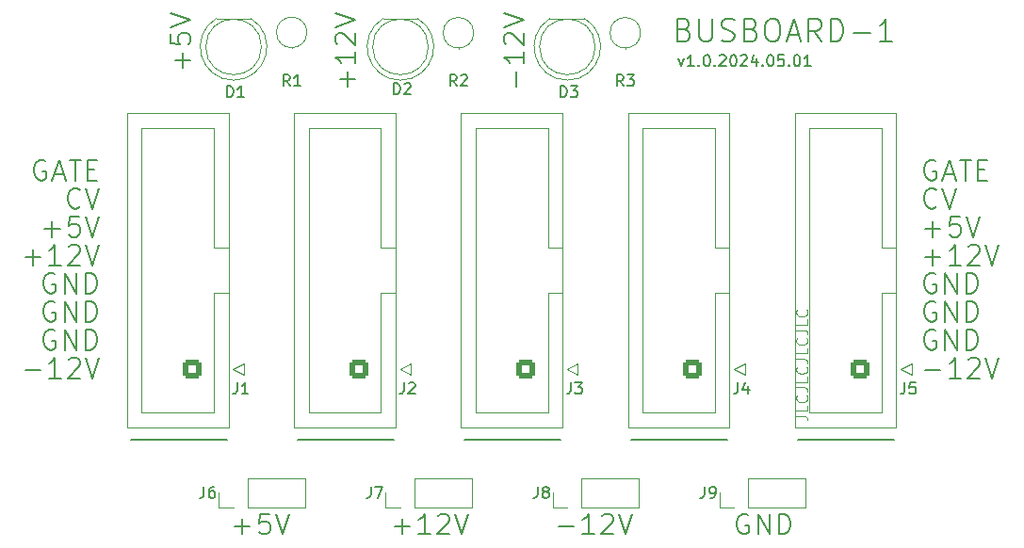
<source format=gto>
%TF.GenerationSoftware,KiCad,Pcbnew,8.0.2*%
%TF.CreationDate,2024-05-02T10:02:13-07:00*%
%TF.ProjectId,busboard-1,62757362-6f61-4726-942d-312e6b696361,rev?*%
%TF.SameCoordinates,Original*%
%TF.FileFunction,Legend,Top*%
%TF.FilePolarity,Positive*%
%FSLAX46Y46*%
G04 Gerber Fmt 4.6, Leading zero omitted, Abs format (unit mm)*
G04 Created by KiCad (PCBNEW 8.0.2) date 2024-05-02 10:02:13*
%MOMM*%
%LPD*%
G01*
G04 APERTURE LIST*
G04 Aperture macros list*
%AMRoundRect*
0 Rectangle with rounded corners*
0 $1 Rounding radius*
0 $2 $3 $4 $5 $6 $7 $8 $9 X,Y pos of 4 corners*
0 Add a 4 corners polygon primitive as box body*
4,1,4,$2,$3,$4,$5,$6,$7,$8,$9,$2,$3,0*
0 Add four circle primitives for the rounded corners*
1,1,$1+$1,$2,$3*
1,1,$1+$1,$4,$5*
1,1,$1+$1,$6,$7*
1,1,$1+$1,$8,$9*
0 Add four rect primitives between the rounded corners*
20,1,$1+$1,$2,$3,$4,$5,0*
20,1,$1+$1,$4,$5,$6,$7,0*
20,1,$1+$1,$6,$7,$8,$9,0*
20,1,$1+$1,$8,$9,$2,$3,0*%
G04 Aperture macros list end*
%ADD10C,0.200000*%
%ADD11C,0.150000*%
%ADD12C,0.100000*%
%ADD13C,0.120000*%
%ADD14C,1.600000*%
%ADD15O,1.600000X1.600000*%
%ADD16R,1.700000X1.700000*%
%ADD17O,1.700000X1.700000*%
%ADD18C,7.000000*%
%ADD19R,1.800000X1.800000*%
%ADD20C,1.800000*%
%ADD21RoundRect,0.250000X0.600000X0.600000X-0.600000X0.600000X-0.600000X-0.600000X0.600000X-0.600000X0*%
%ADD22C,1.700000*%
G04 APERTURE END LIST*
D10*
X155702000Y-140208000D02*
X164338000Y-140208000D01*
X125730000Y-140208000D02*
X134366000Y-140208000D01*
X170688000Y-140208000D02*
X179324000Y-140208000D01*
X110744000Y-140208000D02*
X119380000Y-140208000D01*
X140716000Y-140208000D02*
X149352000Y-140208000D01*
X182170149Y-133994600D02*
X183541578Y-133994600D01*
X185341577Y-134680314D02*
X184313006Y-134680314D01*
X184827291Y-134680314D02*
X184827291Y-132880314D01*
X184827291Y-132880314D02*
X184655863Y-133137457D01*
X184655863Y-133137457D02*
X184484434Y-133308885D01*
X184484434Y-133308885D02*
X184313006Y-133394600D01*
X186027292Y-133051742D02*
X186113006Y-132966028D01*
X186113006Y-132966028D02*
X186284435Y-132880314D01*
X186284435Y-132880314D02*
X186713006Y-132880314D01*
X186713006Y-132880314D02*
X186884435Y-132966028D01*
X186884435Y-132966028D02*
X186970149Y-133051742D01*
X186970149Y-133051742D02*
X187055863Y-133223171D01*
X187055863Y-133223171D02*
X187055863Y-133394600D01*
X187055863Y-133394600D02*
X186970149Y-133651742D01*
X186970149Y-133651742D02*
X185941577Y-134680314D01*
X185941577Y-134680314D02*
X187055863Y-134680314D01*
X187570149Y-132880314D02*
X188170149Y-134680314D01*
X188170149Y-134680314D02*
X188770149Y-132880314D01*
X183113006Y-115186028D02*
X182941578Y-115100314D01*
X182941578Y-115100314D02*
X182684435Y-115100314D01*
X182684435Y-115100314D02*
X182427292Y-115186028D01*
X182427292Y-115186028D02*
X182255863Y-115357457D01*
X182255863Y-115357457D02*
X182170149Y-115528885D01*
X182170149Y-115528885D02*
X182084435Y-115871742D01*
X182084435Y-115871742D02*
X182084435Y-116128885D01*
X182084435Y-116128885D02*
X182170149Y-116471742D01*
X182170149Y-116471742D02*
X182255863Y-116643171D01*
X182255863Y-116643171D02*
X182427292Y-116814600D01*
X182427292Y-116814600D02*
X182684435Y-116900314D01*
X182684435Y-116900314D02*
X182855863Y-116900314D01*
X182855863Y-116900314D02*
X183113006Y-116814600D01*
X183113006Y-116814600D02*
X183198720Y-116728885D01*
X183198720Y-116728885D02*
X183198720Y-116128885D01*
X183198720Y-116128885D02*
X182855863Y-116128885D01*
X183884435Y-116386028D02*
X184741578Y-116386028D01*
X183713006Y-116900314D02*
X184313006Y-115100314D01*
X184313006Y-115100314D02*
X184913006Y-116900314D01*
X185255863Y-115100314D02*
X186284435Y-115100314D01*
X185770149Y-116900314D02*
X185770149Y-115100314D01*
X186884435Y-115957457D02*
X187484435Y-115957457D01*
X187741578Y-116900314D02*
X186884435Y-116900314D01*
X186884435Y-116900314D02*
X186884435Y-115100314D01*
X186884435Y-115100314D02*
X187741578Y-115100314D01*
X149228571Y-148001600D02*
X150600000Y-148001600D01*
X152399999Y-148687314D02*
X151371428Y-148687314D01*
X151885713Y-148687314D02*
X151885713Y-146887314D01*
X151885713Y-146887314D02*
X151714285Y-147144457D01*
X151714285Y-147144457D02*
X151542856Y-147315885D01*
X151542856Y-147315885D02*
X151371428Y-147401600D01*
X153085714Y-147058742D02*
X153171428Y-146973028D01*
X153171428Y-146973028D02*
X153342857Y-146887314D01*
X153342857Y-146887314D02*
X153771428Y-146887314D01*
X153771428Y-146887314D02*
X153942857Y-146973028D01*
X153942857Y-146973028D02*
X154028571Y-147058742D01*
X154028571Y-147058742D02*
X154114285Y-147230171D01*
X154114285Y-147230171D02*
X154114285Y-147401600D01*
X154114285Y-147401600D02*
X154028571Y-147658742D01*
X154028571Y-147658742D02*
X152999999Y-148687314D01*
X152999999Y-148687314D02*
X154114285Y-148687314D01*
X154628571Y-146887314D02*
X155228571Y-148687314D01*
X155228571Y-148687314D02*
X155828571Y-146887314D01*
D11*
X160007541Y-105960152D02*
X160245636Y-106626819D01*
X160245636Y-106626819D02*
X160483731Y-105960152D01*
X161388493Y-106626819D02*
X160817065Y-106626819D01*
X161102779Y-106626819D02*
X161102779Y-105626819D01*
X161102779Y-105626819D02*
X161007541Y-105769676D01*
X161007541Y-105769676D02*
X160912303Y-105864914D01*
X160912303Y-105864914D02*
X160817065Y-105912533D01*
X161817065Y-106531580D02*
X161864684Y-106579200D01*
X161864684Y-106579200D02*
X161817065Y-106626819D01*
X161817065Y-106626819D02*
X161769446Y-106579200D01*
X161769446Y-106579200D02*
X161817065Y-106531580D01*
X161817065Y-106531580D02*
X161817065Y-106626819D01*
X162483731Y-105626819D02*
X162578969Y-105626819D01*
X162578969Y-105626819D02*
X162674207Y-105674438D01*
X162674207Y-105674438D02*
X162721826Y-105722057D01*
X162721826Y-105722057D02*
X162769445Y-105817295D01*
X162769445Y-105817295D02*
X162817064Y-106007771D01*
X162817064Y-106007771D02*
X162817064Y-106245866D01*
X162817064Y-106245866D02*
X162769445Y-106436342D01*
X162769445Y-106436342D02*
X162721826Y-106531580D01*
X162721826Y-106531580D02*
X162674207Y-106579200D01*
X162674207Y-106579200D02*
X162578969Y-106626819D01*
X162578969Y-106626819D02*
X162483731Y-106626819D01*
X162483731Y-106626819D02*
X162388493Y-106579200D01*
X162388493Y-106579200D02*
X162340874Y-106531580D01*
X162340874Y-106531580D02*
X162293255Y-106436342D01*
X162293255Y-106436342D02*
X162245636Y-106245866D01*
X162245636Y-106245866D02*
X162245636Y-106007771D01*
X162245636Y-106007771D02*
X162293255Y-105817295D01*
X162293255Y-105817295D02*
X162340874Y-105722057D01*
X162340874Y-105722057D02*
X162388493Y-105674438D01*
X162388493Y-105674438D02*
X162483731Y-105626819D01*
X163245636Y-106531580D02*
X163293255Y-106579200D01*
X163293255Y-106579200D02*
X163245636Y-106626819D01*
X163245636Y-106626819D02*
X163198017Y-106579200D01*
X163198017Y-106579200D02*
X163245636Y-106531580D01*
X163245636Y-106531580D02*
X163245636Y-106626819D01*
X163674207Y-105722057D02*
X163721826Y-105674438D01*
X163721826Y-105674438D02*
X163817064Y-105626819D01*
X163817064Y-105626819D02*
X164055159Y-105626819D01*
X164055159Y-105626819D02*
X164150397Y-105674438D01*
X164150397Y-105674438D02*
X164198016Y-105722057D01*
X164198016Y-105722057D02*
X164245635Y-105817295D01*
X164245635Y-105817295D02*
X164245635Y-105912533D01*
X164245635Y-105912533D02*
X164198016Y-106055390D01*
X164198016Y-106055390D02*
X163626588Y-106626819D01*
X163626588Y-106626819D02*
X164245635Y-106626819D01*
X164864683Y-105626819D02*
X164959921Y-105626819D01*
X164959921Y-105626819D02*
X165055159Y-105674438D01*
X165055159Y-105674438D02*
X165102778Y-105722057D01*
X165102778Y-105722057D02*
X165150397Y-105817295D01*
X165150397Y-105817295D02*
X165198016Y-106007771D01*
X165198016Y-106007771D02*
X165198016Y-106245866D01*
X165198016Y-106245866D02*
X165150397Y-106436342D01*
X165150397Y-106436342D02*
X165102778Y-106531580D01*
X165102778Y-106531580D02*
X165055159Y-106579200D01*
X165055159Y-106579200D02*
X164959921Y-106626819D01*
X164959921Y-106626819D02*
X164864683Y-106626819D01*
X164864683Y-106626819D02*
X164769445Y-106579200D01*
X164769445Y-106579200D02*
X164721826Y-106531580D01*
X164721826Y-106531580D02*
X164674207Y-106436342D01*
X164674207Y-106436342D02*
X164626588Y-106245866D01*
X164626588Y-106245866D02*
X164626588Y-106007771D01*
X164626588Y-106007771D02*
X164674207Y-105817295D01*
X164674207Y-105817295D02*
X164721826Y-105722057D01*
X164721826Y-105722057D02*
X164769445Y-105674438D01*
X164769445Y-105674438D02*
X164864683Y-105626819D01*
X165578969Y-105722057D02*
X165626588Y-105674438D01*
X165626588Y-105674438D02*
X165721826Y-105626819D01*
X165721826Y-105626819D02*
X165959921Y-105626819D01*
X165959921Y-105626819D02*
X166055159Y-105674438D01*
X166055159Y-105674438D02*
X166102778Y-105722057D01*
X166102778Y-105722057D02*
X166150397Y-105817295D01*
X166150397Y-105817295D02*
X166150397Y-105912533D01*
X166150397Y-105912533D02*
X166102778Y-106055390D01*
X166102778Y-106055390D02*
X165531350Y-106626819D01*
X165531350Y-106626819D02*
X166150397Y-106626819D01*
X167007540Y-105960152D02*
X167007540Y-106626819D01*
X166769445Y-105579200D02*
X166531350Y-106293485D01*
X166531350Y-106293485D02*
X167150397Y-106293485D01*
X167531350Y-106531580D02*
X167578969Y-106579200D01*
X167578969Y-106579200D02*
X167531350Y-106626819D01*
X167531350Y-106626819D02*
X167483731Y-106579200D01*
X167483731Y-106579200D02*
X167531350Y-106531580D01*
X167531350Y-106531580D02*
X167531350Y-106626819D01*
X168198016Y-105626819D02*
X168293254Y-105626819D01*
X168293254Y-105626819D02*
X168388492Y-105674438D01*
X168388492Y-105674438D02*
X168436111Y-105722057D01*
X168436111Y-105722057D02*
X168483730Y-105817295D01*
X168483730Y-105817295D02*
X168531349Y-106007771D01*
X168531349Y-106007771D02*
X168531349Y-106245866D01*
X168531349Y-106245866D02*
X168483730Y-106436342D01*
X168483730Y-106436342D02*
X168436111Y-106531580D01*
X168436111Y-106531580D02*
X168388492Y-106579200D01*
X168388492Y-106579200D02*
X168293254Y-106626819D01*
X168293254Y-106626819D02*
X168198016Y-106626819D01*
X168198016Y-106626819D02*
X168102778Y-106579200D01*
X168102778Y-106579200D02*
X168055159Y-106531580D01*
X168055159Y-106531580D02*
X168007540Y-106436342D01*
X168007540Y-106436342D02*
X167959921Y-106245866D01*
X167959921Y-106245866D02*
X167959921Y-106007771D01*
X167959921Y-106007771D02*
X168007540Y-105817295D01*
X168007540Y-105817295D02*
X168055159Y-105722057D01*
X168055159Y-105722057D02*
X168102778Y-105674438D01*
X168102778Y-105674438D02*
X168198016Y-105626819D01*
X169436111Y-105626819D02*
X168959921Y-105626819D01*
X168959921Y-105626819D02*
X168912302Y-106103009D01*
X168912302Y-106103009D02*
X168959921Y-106055390D01*
X168959921Y-106055390D02*
X169055159Y-106007771D01*
X169055159Y-106007771D02*
X169293254Y-106007771D01*
X169293254Y-106007771D02*
X169388492Y-106055390D01*
X169388492Y-106055390D02*
X169436111Y-106103009D01*
X169436111Y-106103009D02*
X169483730Y-106198247D01*
X169483730Y-106198247D02*
X169483730Y-106436342D01*
X169483730Y-106436342D02*
X169436111Y-106531580D01*
X169436111Y-106531580D02*
X169388492Y-106579200D01*
X169388492Y-106579200D02*
X169293254Y-106626819D01*
X169293254Y-106626819D02*
X169055159Y-106626819D01*
X169055159Y-106626819D02*
X168959921Y-106579200D01*
X168959921Y-106579200D02*
X168912302Y-106531580D01*
X169912302Y-106531580D02*
X169959921Y-106579200D01*
X169959921Y-106579200D02*
X169912302Y-106626819D01*
X169912302Y-106626819D02*
X169864683Y-106579200D01*
X169864683Y-106579200D02*
X169912302Y-106531580D01*
X169912302Y-106531580D02*
X169912302Y-106626819D01*
X170578968Y-105626819D02*
X170674206Y-105626819D01*
X170674206Y-105626819D02*
X170769444Y-105674438D01*
X170769444Y-105674438D02*
X170817063Y-105722057D01*
X170817063Y-105722057D02*
X170864682Y-105817295D01*
X170864682Y-105817295D02*
X170912301Y-106007771D01*
X170912301Y-106007771D02*
X170912301Y-106245866D01*
X170912301Y-106245866D02*
X170864682Y-106436342D01*
X170864682Y-106436342D02*
X170817063Y-106531580D01*
X170817063Y-106531580D02*
X170769444Y-106579200D01*
X170769444Y-106579200D02*
X170674206Y-106626819D01*
X170674206Y-106626819D02*
X170578968Y-106626819D01*
X170578968Y-106626819D02*
X170483730Y-106579200D01*
X170483730Y-106579200D02*
X170436111Y-106531580D01*
X170436111Y-106531580D02*
X170388492Y-106436342D01*
X170388492Y-106436342D02*
X170340873Y-106245866D01*
X170340873Y-106245866D02*
X170340873Y-106007771D01*
X170340873Y-106007771D02*
X170388492Y-105817295D01*
X170388492Y-105817295D02*
X170436111Y-105722057D01*
X170436111Y-105722057D02*
X170483730Y-105674438D01*
X170483730Y-105674438D02*
X170578968Y-105626819D01*
X171864682Y-106626819D02*
X171293254Y-106626819D01*
X171578968Y-106626819D02*
X171578968Y-105626819D01*
X171578968Y-105626819D02*
X171483730Y-105769676D01*
X171483730Y-105769676D02*
X171388492Y-105864914D01*
X171388492Y-105864914D02*
X171293254Y-105912533D01*
D10*
X183113006Y-127886028D02*
X182941578Y-127800314D01*
X182941578Y-127800314D02*
X182684435Y-127800314D01*
X182684435Y-127800314D02*
X182427292Y-127886028D01*
X182427292Y-127886028D02*
X182255863Y-128057457D01*
X182255863Y-128057457D02*
X182170149Y-128228885D01*
X182170149Y-128228885D02*
X182084435Y-128571742D01*
X182084435Y-128571742D02*
X182084435Y-128828885D01*
X182084435Y-128828885D02*
X182170149Y-129171742D01*
X182170149Y-129171742D02*
X182255863Y-129343171D01*
X182255863Y-129343171D02*
X182427292Y-129514600D01*
X182427292Y-129514600D02*
X182684435Y-129600314D01*
X182684435Y-129600314D02*
X182855863Y-129600314D01*
X182855863Y-129600314D02*
X183113006Y-129514600D01*
X183113006Y-129514600D02*
X183198720Y-129428885D01*
X183198720Y-129428885D02*
X183198720Y-128828885D01*
X183198720Y-128828885D02*
X182855863Y-128828885D01*
X183970149Y-129600314D02*
X183970149Y-127800314D01*
X183970149Y-127800314D02*
X184998720Y-129600314D01*
X184998720Y-129600314D02*
X184998720Y-127800314D01*
X185855863Y-129600314D02*
X185855863Y-127800314D01*
X185855863Y-127800314D02*
X186284434Y-127800314D01*
X186284434Y-127800314D02*
X186541577Y-127886028D01*
X186541577Y-127886028D02*
X186713006Y-128057457D01*
X186713006Y-128057457D02*
X186798720Y-128228885D01*
X186798720Y-128228885D02*
X186884434Y-128571742D01*
X186884434Y-128571742D02*
X186884434Y-128828885D01*
X186884434Y-128828885D02*
X186798720Y-129171742D01*
X186798720Y-129171742D02*
X186713006Y-129343171D01*
X186713006Y-129343171D02*
X186541577Y-129514600D01*
X186541577Y-129514600D02*
X186284434Y-129600314D01*
X186284434Y-129600314D02*
X185855863Y-129600314D01*
X182170149Y-121294600D02*
X183541578Y-121294600D01*
X182855863Y-121980314D02*
X182855863Y-120608885D01*
X185255863Y-120180314D02*
X184398720Y-120180314D01*
X184398720Y-120180314D02*
X184313006Y-121037457D01*
X184313006Y-121037457D02*
X184398720Y-120951742D01*
X184398720Y-120951742D02*
X184570149Y-120866028D01*
X184570149Y-120866028D02*
X184998720Y-120866028D01*
X184998720Y-120866028D02*
X185170149Y-120951742D01*
X185170149Y-120951742D02*
X185255863Y-121037457D01*
X185255863Y-121037457D02*
X185341577Y-121208885D01*
X185341577Y-121208885D02*
X185341577Y-121637457D01*
X185341577Y-121637457D02*
X185255863Y-121808885D01*
X185255863Y-121808885D02*
X185170149Y-121894600D01*
X185170149Y-121894600D02*
X184998720Y-121980314D01*
X184998720Y-121980314D02*
X184570149Y-121980314D01*
X184570149Y-121980314D02*
X184398720Y-121894600D01*
X184398720Y-121894600D02*
X184313006Y-121808885D01*
X185855863Y-120180314D02*
X186455863Y-121980314D01*
X186455863Y-121980314D02*
X187055863Y-120180314D01*
X103958136Y-127886028D02*
X103786708Y-127800314D01*
X103786708Y-127800314D02*
X103529565Y-127800314D01*
X103529565Y-127800314D02*
X103272422Y-127886028D01*
X103272422Y-127886028D02*
X103100993Y-128057457D01*
X103100993Y-128057457D02*
X103015279Y-128228885D01*
X103015279Y-128228885D02*
X102929565Y-128571742D01*
X102929565Y-128571742D02*
X102929565Y-128828885D01*
X102929565Y-128828885D02*
X103015279Y-129171742D01*
X103015279Y-129171742D02*
X103100993Y-129343171D01*
X103100993Y-129343171D02*
X103272422Y-129514600D01*
X103272422Y-129514600D02*
X103529565Y-129600314D01*
X103529565Y-129600314D02*
X103700993Y-129600314D01*
X103700993Y-129600314D02*
X103958136Y-129514600D01*
X103958136Y-129514600D02*
X104043850Y-129428885D01*
X104043850Y-129428885D02*
X104043850Y-128828885D01*
X104043850Y-128828885D02*
X103700993Y-128828885D01*
X104815279Y-129600314D02*
X104815279Y-127800314D01*
X104815279Y-127800314D02*
X105843850Y-129600314D01*
X105843850Y-129600314D02*
X105843850Y-127800314D01*
X106700993Y-129600314D02*
X106700993Y-127800314D01*
X106700993Y-127800314D02*
X107129564Y-127800314D01*
X107129564Y-127800314D02*
X107386707Y-127886028D01*
X107386707Y-127886028D02*
X107558136Y-128057457D01*
X107558136Y-128057457D02*
X107643850Y-128228885D01*
X107643850Y-128228885D02*
X107729564Y-128571742D01*
X107729564Y-128571742D02*
X107729564Y-128828885D01*
X107729564Y-128828885D02*
X107643850Y-129171742D01*
X107643850Y-129171742D02*
X107558136Y-129343171D01*
X107558136Y-129343171D02*
X107386707Y-129514600D01*
X107386707Y-129514600D02*
X107129564Y-129600314D01*
X107129564Y-129600314D02*
X106700993Y-129600314D01*
X120113714Y-148001600D02*
X121485143Y-148001600D01*
X120799428Y-148687314D02*
X120799428Y-147315885D01*
X123199428Y-146887314D02*
X122342285Y-146887314D01*
X122342285Y-146887314D02*
X122256571Y-147744457D01*
X122256571Y-147744457D02*
X122342285Y-147658742D01*
X122342285Y-147658742D02*
X122513714Y-147573028D01*
X122513714Y-147573028D02*
X122942285Y-147573028D01*
X122942285Y-147573028D02*
X123113714Y-147658742D01*
X123113714Y-147658742D02*
X123199428Y-147744457D01*
X123199428Y-147744457D02*
X123285142Y-147915885D01*
X123285142Y-147915885D02*
X123285142Y-148344457D01*
X123285142Y-148344457D02*
X123199428Y-148515885D01*
X123199428Y-148515885D02*
X123113714Y-148601600D01*
X123113714Y-148601600D02*
X122942285Y-148687314D01*
X122942285Y-148687314D02*
X122513714Y-148687314D01*
X122513714Y-148687314D02*
X122342285Y-148601600D01*
X122342285Y-148601600D02*
X122256571Y-148515885D01*
X123799428Y-146887314D02*
X124399428Y-148687314D01*
X124399428Y-148687314D02*
X124999428Y-146887314D01*
X103100993Y-115186028D02*
X102929565Y-115100314D01*
X102929565Y-115100314D02*
X102672422Y-115100314D01*
X102672422Y-115100314D02*
X102415279Y-115186028D01*
X102415279Y-115186028D02*
X102243850Y-115357457D01*
X102243850Y-115357457D02*
X102158136Y-115528885D01*
X102158136Y-115528885D02*
X102072422Y-115871742D01*
X102072422Y-115871742D02*
X102072422Y-116128885D01*
X102072422Y-116128885D02*
X102158136Y-116471742D01*
X102158136Y-116471742D02*
X102243850Y-116643171D01*
X102243850Y-116643171D02*
X102415279Y-116814600D01*
X102415279Y-116814600D02*
X102672422Y-116900314D01*
X102672422Y-116900314D02*
X102843850Y-116900314D01*
X102843850Y-116900314D02*
X103100993Y-116814600D01*
X103100993Y-116814600D02*
X103186707Y-116728885D01*
X103186707Y-116728885D02*
X103186707Y-116128885D01*
X103186707Y-116128885D02*
X102843850Y-116128885D01*
X103872422Y-116386028D02*
X104729565Y-116386028D01*
X103700993Y-116900314D02*
X104300993Y-115100314D01*
X104300993Y-115100314D02*
X104900993Y-116900314D01*
X105243850Y-115100314D02*
X106272422Y-115100314D01*
X105758136Y-116900314D02*
X105758136Y-115100314D01*
X106872422Y-115957457D02*
X107472422Y-115957457D01*
X107729565Y-116900314D02*
X106872422Y-116900314D01*
X106872422Y-116900314D02*
X106872422Y-115100314D01*
X106872422Y-115100314D02*
X107729565Y-115100314D01*
X101300993Y-123834600D02*
X102672422Y-123834600D01*
X101986707Y-124520314D02*
X101986707Y-123148885D01*
X104472421Y-124520314D02*
X103443850Y-124520314D01*
X103958135Y-124520314D02*
X103958135Y-122720314D01*
X103958135Y-122720314D02*
X103786707Y-122977457D01*
X103786707Y-122977457D02*
X103615278Y-123148885D01*
X103615278Y-123148885D02*
X103443850Y-123234600D01*
X105158136Y-122891742D02*
X105243850Y-122806028D01*
X105243850Y-122806028D02*
X105415279Y-122720314D01*
X105415279Y-122720314D02*
X105843850Y-122720314D01*
X105843850Y-122720314D02*
X106015279Y-122806028D01*
X106015279Y-122806028D02*
X106100993Y-122891742D01*
X106100993Y-122891742D02*
X106186707Y-123063171D01*
X106186707Y-123063171D02*
X106186707Y-123234600D01*
X106186707Y-123234600D02*
X106100993Y-123491742D01*
X106100993Y-123491742D02*
X105072421Y-124520314D01*
X105072421Y-124520314D02*
X106186707Y-124520314D01*
X106700993Y-122720314D02*
X107300993Y-124520314D01*
X107300993Y-124520314D02*
X107900993Y-122720314D01*
X160532435Y-103345219D02*
X160818149Y-103440457D01*
X160818149Y-103440457D02*
X160913387Y-103535695D01*
X160913387Y-103535695D02*
X161008625Y-103726171D01*
X161008625Y-103726171D02*
X161008625Y-104011885D01*
X161008625Y-104011885D02*
X160913387Y-104202361D01*
X160913387Y-104202361D02*
X160818149Y-104297600D01*
X160818149Y-104297600D02*
X160627673Y-104392838D01*
X160627673Y-104392838D02*
X159865768Y-104392838D01*
X159865768Y-104392838D02*
X159865768Y-102392838D01*
X159865768Y-102392838D02*
X160532435Y-102392838D01*
X160532435Y-102392838D02*
X160722911Y-102488076D01*
X160722911Y-102488076D02*
X160818149Y-102583314D01*
X160818149Y-102583314D02*
X160913387Y-102773790D01*
X160913387Y-102773790D02*
X160913387Y-102964266D01*
X160913387Y-102964266D02*
X160818149Y-103154742D01*
X160818149Y-103154742D02*
X160722911Y-103249980D01*
X160722911Y-103249980D02*
X160532435Y-103345219D01*
X160532435Y-103345219D02*
X159865768Y-103345219D01*
X161865768Y-102392838D02*
X161865768Y-104011885D01*
X161865768Y-104011885D02*
X161961006Y-104202361D01*
X161961006Y-104202361D02*
X162056244Y-104297600D01*
X162056244Y-104297600D02*
X162246720Y-104392838D01*
X162246720Y-104392838D02*
X162627673Y-104392838D01*
X162627673Y-104392838D02*
X162818149Y-104297600D01*
X162818149Y-104297600D02*
X162913387Y-104202361D01*
X162913387Y-104202361D02*
X163008625Y-104011885D01*
X163008625Y-104011885D02*
X163008625Y-102392838D01*
X163865768Y-104297600D02*
X164151482Y-104392838D01*
X164151482Y-104392838D02*
X164627673Y-104392838D01*
X164627673Y-104392838D02*
X164818149Y-104297600D01*
X164818149Y-104297600D02*
X164913387Y-104202361D01*
X164913387Y-104202361D02*
X165008625Y-104011885D01*
X165008625Y-104011885D02*
X165008625Y-103821409D01*
X165008625Y-103821409D02*
X164913387Y-103630933D01*
X164913387Y-103630933D02*
X164818149Y-103535695D01*
X164818149Y-103535695D02*
X164627673Y-103440457D01*
X164627673Y-103440457D02*
X164246720Y-103345219D01*
X164246720Y-103345219D02*
X164056244Y-103249980D01*
X164056244Y-103249980D02*
X163961006Y-103154742D01*
X163961006Y-103154742D02*
X163865768Y-102964266D01*
X163865768Y-102964266D02*
X163865768Y-102773790D01*
X163865768Y-102773790D02*
X163961006Y-102583314D01*
X163961006Y-102583314D02*
X164056244Y-102488076D01*
X164056244Y-102488076D02*
X164246720Y-102392838D01*
X164246720Y-102392838D02*
X164722911Y-102392838D01*
X164722911Y-102392838D02*
X165008625Y-102488076D01*
X166532435Y-103345219D02*
X166818149Y-103440457D01*
X166818149Y-103440457D02*
X166913387Y-103535695D01*
X166913387Y-103535695D02*
X167008625Y-103726171D01*
X167008625Y-103726171D02*
X167008625Y-104011885D01*
X167008625Y-104011885D02*
X166913387Y-104202361D01*
X166913387Y-104202361D02*
X166818149Y-104297600D01*
X166818149Y-104297600D02*
X166627673Y-104392838D01*
X166627673Y-104392838D02*
X165865768Y-104392838D01*
X165865768Y-104392838D02*
X165865768Y-102392838D01*
X165865768Y-102392838D02*
X166532435Y-102392838D01*
X166532435Y-102392838D02*
X166722911Y-102488076D01*
X166722911Y-102488076D02*
X166818149Y-102583314D01*
X166818149Y-102583314D02*
X166913387Y-102773790D01*
X166913387Y-102773790D02*
X166913387Y-102964266D01*
X166913387Y-102964266D02*
X166818149Y-103154742D01*
X166818149Y-103154742D02*
X166722911Y-103249980D01*
X166722911Y-103249980D02*
X166532435Y-103345219D01*
X166532435Y-103345219D02*
X165865768Y-103345219D01*
X168246720Y-102392838D02*
X168627673Y-102392838D01*
X168627673Y-102392838D02*
X168818149Y-102488076D01*
X168818149Y-102488076D02*
X169008625Y-102678552D01*
X169008625Y-102678552D02*
X169103863Y-103059504D01*
X169103863Y-103059504D02*
X169103863Y-103726171D01*
X169103863Y-103726171D02*
X169008625Y-104107123D01*
X169008625Y-104107123D02*
X168818149Y-104297600D01*
X168818149Y-104297600D02*
X168627673Y-104392838D01*
X168627673Y-104392838D02*
X168246720Y-104392838D01*
X168246720Y-104392838D02*
X168056244Y-104297600D01*
X168056244Y-104297600D02*
X167865768Y-104107123D01*
X167865768Y-104107123D02*
X167770530Y-103726171D01*
X167770530Y-103726171D02*
X167770530Y-103059504D01*
X167770530Y-103059504D02*
X167865768Y-102678552D01*
X167865768Y-102678552D02*
X168056244Y-102488076D01*
X168056244Y-102488076D02*
X168246720Y-102392838D01*
X169865768Y-103821409D02*
X170818149Y-103821409D01*
X169675292Y-104392838D02*
X170341958Y-102392838D01*
X170341958Y-102392838D02*
X171008625Y-104392838D01*
X172818149Y-104392838D02*
X172151482Y-103440457D01*
X171675292Y-104392838D02*
X171675292Y-102392838D01*
X171675292Y-102392838D02*
X172437197Y-102392838D01*
X172437197Y-102392838D02*
X172627673Y-102488076D01*
X172627673Y-102488076D02*
X172722911Y-102583314D01*
X172722911Y-102583314D02*
X172818149Y-102773790D01*
X172818149Y-102773790D02*
X172818149Y-103059504D01*
X172818149Y-103059504D02*
X172722911Y-103249980D01*
X172722911Y-103249980D02*
X172627673Y-103345219D01*
X172627673Y-103345219D02*
X172437197Y-103440457D01*
X172437197Y-103440457D02*
X171675292Y-103440457D01*
X173675292Y-104392838D02*
X173675292Y-102392838D01*
X173675292Y-102392838D02*
X174151482Y-102392838D01*
X174151482Y-102392838D02*
X174437197Y-102488076D01*
X174437197Y-102488076D02*
X174627673Y-102678552D01*
X174627673Y-102678552D02*
X174722911Y-102869028D01*
X174722911Y-102869028D02*
X174818149Y-103249980D01*
X174818149Y-103249980D02*
X174818149Y-103535695D01*
X174818149Y-103535695D02*
X174722911Y-103916647D01*
X174722911Y-103916647D02*
X174627673Y-104107123D01*
X174627673Y-104107123D02*
X174437197Y-104297600D01*
X174437197Y-104297600D02*
X174151482Y-104392838D01*
X174151482Y-104392838D02*
X173675292Y-104392838D01*
X175675292Y-103630933D02*
X177199102Y-103630933D01*
X179199101Y-104392838D02*
X178056244Y-104392838D01*
X178627672Y-104392838D02*
X178627672Y-102392838D01*
X178627672Y-102392838D02*
X178437196Y-102678552D01*
X178437196Y-102678552D02*
X178246720Y-102869028D01*
X178246720Y-102869028D02*
X178056244Y-102964266D01*
D12*
X170576419Y-138094401D02*
X171290704Y-138094401D01*
X171290704Y-138094401D02*
X171433561Y-138142020D01*
X171433561Y-138142020D02*
X171528800Y-138237258D01*
X171528800Y-138237258D02*
X171576419Y-138380115D01*
X171576419Y-138380115D02*
X171576419Y-138475353D01*
X171576419Y-137142020D02*
X171576419Y-137618210D01*
X171576419Y-137618210D02*
X170576419Y-137618210D01*
X171481180Y-136237258D02*
X171528800Y-136284877D01*
X171528800Y-136284877D02*
X171576419Y-136427734D01*
X171576419Y-136427734D02*
X171576419Y-136522972D01*
X171576419Y-136522972D02*
X171528800Y-136665829D01*
X171528800Y-136665829D02*
X171433561Y-136761067D01*
X171433561Y-136761067D02*
X171338323Y-136808686D01*
X171338323Y-136808686D02*
X171147847Y-136856305D01*
X171147847Y-136856305D02*
X171004990Y-136856305D01*
X171004990Y-136856305D02*
X170814514Y-136808686D01*
X170814514Y-136808686D02*
X170719276Y-136761067D01*
X170719276Y-136761067D02*
X170624038Y-136665829D01*
X170624038Y-136665829D02*
X170576419Y-136522972D01*
X170576419Y-136522972D02*
X170576419Y-136427734D01*
X170576419Y-136427734D02*
X170624038Y-136284877D01*
X170624038Y-136284877D02*
X170671657Y-136237258D01*
X170576419Y-135522972D02*
X171290704Y-135522972D01*
X171290704Y-135522972D02*
X171433561Y-135570591D01*
X171433561Y-135570591D02*
X171528800Y-135665829D01*
X171528800Y-135665829D02*
X171576419Y-135808686D01*
X171576419Y-135808686D02*
X171576419Y-135903924D01*
X171576419Y-134570591D02*
X171576419Y-135046781D01*
X171576419Y-135046781D02*
X170576419Y-135046781D01*
X171481180Y-133665829D02*
X171528800Y-133713448D01*
X171528800Y-133713448D02*
X171576419Y-133856305D01*
X171576419Y-133856305D02*
X171576419Y-133951543D01*
X171576419Y-133951543D02*
X171528800Y-134094400D01*
X171528800Y-134094400D02*
X171433561Y-134189638D01*
X171433561Y-134189638D02*
X171338323Y-134237257D01*
X171338323Y-134237257D02*
X171147847Y-134284876D01*
X171147847Y-134284876D02*
X171004990Y-134284876D01*
X171004990Y-134284876D02*
X170814514Y-134237257D01*
X170814514Y-134237257D02*
X170719276Y-134189638D01*
X170719276Y-134189638D02*
X170624038Y-134094400D01*
X170624038Y-134094400D02*
X170576419Y-133951543D01*
X170576419Y-133951543D02*
X170576419Y-133856305D01*
X170576419Y-133856305D02*
X170624038Y-133713448D01*
X170624038Y-133713448D02*
X170671657Y-133665829D01*
X170576419Y-132951543D02*
X171290704Y-132951543D01*
X171290704Y-132951543D02*
X171433561Y-132999162D01*
X171433561Y-132999162D02*
X171528800Y-133094400D01*
X171528800Y-133094400D02*
X171576419Y-133237257D01*
X171576419Y-133237257D02*
X171576419Y-133332495D01*
X171576419Y-131999162D02*
X171576419Y-132475352D01*
X171576419Y-132475352D02*
X170576419Y-132475352D01*
X171481180Y-131094400D02*
X171528800Y-131142019D01*
X171528800Y-131142019D02*
X171576419Y-131284876D01*
X171576419Y-131284876D02*
X171576419Y-131380114D01*
X171576419Y-131380114D02*
X171528800Y-131522971D01*
X171528800Y-131522971D02*
X171433561Y-131618209D01*
X171433561Y-131618209D02*
X171338323Y-131665828D01*
X171338323Y-131665828D02*
X171147847Y-131713447D01*
X171147847Y-131713447D02*
X171004990Y-131713447D01*
X171004990Y-131713447D02*
X170814514Y-131665828D01*
X170814514Y-131665828D02*
X170719276Y-131618209D01*
X170719276Y-131618209D02*
X170624038Y-131522971D01*
X170624038Y-131522971D02*
X170576419Y-131380114D01*
X170576419Y-131380114D02*
X170576419Y-131284876D01*
X170576419Y-131284876D02*
X170624038Y-131142019D01*
X170624038Y-131142019D02*
X170671657Y-131094400D01*
X170576419Y-130380114D02*
X171290704Y-130380114D01*
X171290704Y-130380114D02*
X171433561Y-130427733D01*
X171433561Y-130427733D02*
X171528800Y-130522971D01*
X171528800Y-130522971D02*
X171576419Y-130665828D01*
X171576419Y-130665828D02*
X171576419Y-130761066D01*
X171576419Y-129427733D02*
X171576419Y-129903923D01*
X171576419Y-129903923D02*
X170576419Y-129903923D01*
X171481180Y-128522971D02*
X171528800Y-128570590D01*
X171528800Y-128570590D02*
X171576419Y-128713447D01*
X171576419Y-128713447D02*
X171576419Y-128808685D01*
X171576419Y-128808685D02*
X171528800Y-128951542D01*
X171528800Y-128951542D02*
X171433561Y-129046780D01*
X171433561Y-129046780D02*
X171338323Y-129094399D01*
X171338323Y-129094399D02*
X171147847Y-129142018D01*
X171147847Y-129142018D02*
X171004990Y-129142018D01*
X171004990Y-129142018D02*
X170814514Y-129094399D01*
X170814514Y-129094399D02*
X170719276Y-129046780D01*
X170719276Y-129046780D02*
X170624038Y-128951542D01*
X170624038Y-128951542D02*
X170576419Y-128808685D01*
X170576419Y-128808685D02*
X170576419Y-128713447D01*
X170576419Y-128713447D02*
X170624038Y-128570590D01*
X170624038Y-128570590D02*
X170671657Y-128522971D01*
D10*
X134496571Y-148001600D02*
X135868000Y-148001600D01*
X135182285Y-148687314D02*
X135182285Y-147315885D01*
X137667999Y-148687314D02*
X136639428Y-148687314D01*
X137153713Y-148687314D02*
X137153713Y-146887314D01*
X137153713Y-146887314D02*
X136982285Y-147144457D01*
X136982285Y-147144457D02*
X136810856Y-147315885D01*
X136810856Y-147315885D02*
X136639428Y-147401600D01*
X138353714Y-147058742D02*
X138439428Y-146973028D01*
X138439428Y-146973028D02*
X138610857Y-146887314D01*
X138610857Y-146887314D02*
X139039428Y-146887314D01*
X139039428Y-146887314D02*
X139210857Y-146973028D01*
X139210857Y-146973028D02*
X139296571Y-147058742D01*
X139296571Y-147058742D02*
X139382285Y-147230171D01*
X139382285Y-147230171D02*
X139382285Y-147401600D01*
X139382285Y-147401600D02*
X139296571Y-147658742D01*
X139296571Y-147658742D02*
X138267999Y-148687314D01*
X138267999Y-148687314D02*
X139382285Y-148687314D01*
X139896571Y-146887314D02*
X140496571Y-148687314D01*
X140496571Y-148687314D02*
X141096571Y-146887314D01*
X183198720Y-119268885D02*
X183113006Y-119354600D01*
X183113006Y-119354600D02*
X182855863Y-119440314D01*
X182855863Y-119440314D02*
X182684435Y-119440314D01*
X182684435Y-119440314D02*
X182427292Y-119354600D01*
X182427292Y-119354600D02*
X182255863Y-119183171D01*
X182255863Y-119183171D02*
X182170149Y-119011742D01*
X182170149Y-119011742D02*
X182084435Y-118668885D01*
X182084435Y-118668885D02*
X182084435Y-118411742D01*
X182084435Y-118411742D02*
X182170149Y-118068885D01*
X182170149Y-118068885D02*
X182255863Y-117897457D01*
X182255863Y-117897457D02*
X182427292Y-117726028D01*
X182427292Y-117726028D02*
X182684435Y-117640314D01*
X182684435Y-117640314D02*
X182855863Y-117640314D01*
X182855863Y-117640314D02*
X183113006Y-117726028D01*
X183113006Y-117726028D02*
X183198720Y-117811742D01*
X183713006Y-117640314D02*
X184313006Y-119440314D01*
X184313006Y-119440314D02*
X184913006Y-117640314D01*
X103958136Y-125346028D02*
X103786708Y-125260314D01*
X103786708Y-125260314D02*
X103529565Y-125260314D01*
X103529565Y-125260314D02*
X103272422Y-125346028D01*
X103272422Y-125346028D02*
X103100993Y-125517457D01*
X103100993Y-125517457D02*
X103015279Y-125688885D01*
X103015279Y-125688885D02*
X102929565Y-126031742D01*
X102929565Y-126031742D02*
X102929565Y-126288885D01*
X102929565Y-126288885D02*
X103015279Y-126631742D01*
X103015279Y-126631742D02*
X103100993Y-126803171D01*
X103100993Y-126803171D02*
X103272422Y-126974600D01*
X103272422Y-126974600D02*
X103529565Y-127060314D01*
X103529565Y-127060314D02*
X103700993Y-127060314D01*
X103700993Y-127060314D02*
X103958136Y-126974600D01*
X103958136Y-126974600D02*
X104043850Y-126888885D01*
X104043850Y-126888885D02*
X104043850Y-126288885D01*
X104043850Y-126288885D02*
X103700993Y-126288885D01*
X104815279Y-127060314D02*
X104815279Y-125260314D01*
X104815279Y-125260314D02*
X105843850Y-127060314D01*
X105843850Y-127060314D02*
X105843850Y-125260314D01*
X106700993Y-127060314D02*
X106700993Y-125260314D01*
X106700993Y-125260314D02*
X107129564Y-125260314D01*
X107129564Y-125260314D02*
X107386707Y-125346028D01*
X107386707Y-125346028D02*
X107558136Y-125517457D01*
X107558136Y-125517457D02*
X107643850Y-125688885D01*
X107643850Y-125688885D02*
X107729564Y-126031742D01*
X107729564Y-126031742D02*
X107729564Y-126288885D01*
X107729564Y-126288885D02*
X107643850Y-126631742D01*
X107643850Y-126631742D02*
X107558136Y-126803171D01*
X107558136Y-126803171D02*
X107386707Y-126974600D01*
X107386707Y-126974600D02*
X107129564Y-127060314D01*
X107129564Y-127060314D02*
X106700993Y-127060314D01*
X103015279Y-121294600D02*
X104386708Y-121294600D01*
X103700993Y-121980314D02*
X103700993Y-120608885D01*
X106100993Y-120180314D02*
X105243850Y-120180314D01*
X105243850Y-120180314D02*
X105158136Y-121037457D01*
X105158136Y-121037457D02*
X105243850Y-120951742D01*
X105243850Y-120951742D02*
X105415279Y-120866028D01*
X105415279Y-120866028D02*
X105843850Y-120866028D01*
X105843850Y-120866028D02*
X106015279Y-120951742D01*
X106015279Y-120951742D02*
X106100993Y-121037457D01*
X106100993Y-121037457D02*
X106186707Y-121208885D01*
X106186707Y-121208885D02*
X106186707Y-121637457D01*
X106186707Y-121637457D02*
X106100993Y-121808885D01*
X106100993Y-121808885D02*
X106015279Y-121894600D01*
X106015279Y-121894600D02*
X105843850Y-121980314D01*
X105843850Y-121980314D02*
X105415279Y-121980314D01*
X105415279Y-121980314D02*
X105243850Y-121894600D01*
X105243850Y-121894600D02*
X105158136Y-121808885D01*
X106700993Y-120180314D02*
X107300993Y-121980314D01*
X107300993Y-121980314D02*
X107900993Y-120180314D01*
X106186707Y-119268885D02*
X106100993Y-119354600D01*
X106100993Y-119354600D02*
X105843850Y-119440314D01*
X105843850Y-119440314D02*
X105672422Y-119440314D01*
X105672422Y-119440314D02*
X105415279Y-119354600D01*
X105415279Y-119354600D02*
X105243850Y-119183171D01*
X105243850Y-119183171D02*
X105158136Y-119011742D01*
X105158136Y-119011742D02*
X105072422Y-118668885D01*
X105072422Y-118668885D02*
X105072422Y-118411742D01*
X105072422Y-118411742D02*
X105158136Y-118068885D01*
X105158136Y-118068885D02*
X105243850Y-117897457D01*
X105243850Y-117897457D02*
X105415279Y-117726028D01*
X105415279Y-117726028D02*
X105672422Y-117640314D01*
X105672422Y-117640314D02*
X105843850Y-117640314D01*
X105843850Y-117640314D02*
X106100993Y-117726028D01*
X106100993Y-117726028D02*
X106186707Y-117811742D01*
X106700993Y-117640314D02*
X107300993Y-119440314D01*
X107300993Y-119440314D02*
X107900993Y-117640314D01*
X130274600Y-108503006D02*
X130274600Y-107131578D01*
X130960314Y-107817292D02*
X129588885Y-107817292D01*
X130960314Y-105331578D02*
X130960314Y-106360149D01*
X130960314Y-105845864D02*
X129160314Y-105845864D01*
X129160314Y-105845864D02*
X129417457Y-106017292D01*
X129417457Y-106017292D02*
X129588885Y-106188721D01*
X129588885Y-106188721D02*
X129674600Y-106360149D01*
X129331742Y-104645863D02*
X129246028Y-104560149D01*
X129246028Y-104560149D02*
X129160314Y-104388721D01*
X129160314Y-104388721D02*
X129160314Y-103960149D01*
X129160314Y-103960149D02*
X129246028Y-103788721D01*
X129246028Y-103788721D02*
X129331742Y-103703006D01*
X129331742Y-103703006D02*
X129503171Y-103617292D01*
X129503171Y-103617292D02*
X129674600Y-103617292D01*
X129674600Y-103617292D02*
X129931742Y-103703006D01*
X129931742Y-103703006D02*
X130960314Y-104731578D01*
X130960314Y-104731578D02*
X130960314Y-103617292D01*
X129160314Y-103103006D02*
X130960314Y-102503006D01*
X130960314Y-102503006D02*
X129160314Y-101903006D01*
X183113006Y-125346028D02*
X182941578Y-125260314D01*
X182941578Y-125260314D02*
X182684435Y-125260314D01*
X182684435Y-125260314D02*
X182427292Y-125346028D01*
X182427292Y-125346028D02*
X182255863Y-125517457D01*
X182255863Y-125517457D02*
X182170149Y-125688885D01*
X182170149Y-125688885D02*
X182084435Y-126031742D01*
X182084435Y-126031742D02*
X182084435Y-126288885D01*
X182084435Y-126288885D02*
X182170149Y-126631742D01*
X182170149Y-126631742D02*
X182255863Y-126803171D01*
X182255863Y-126803171D02*
X182427292Y-126974600D01*
X182427292Y-126974600D02*
X182684435Y-127060314D01*
X182684435Y-127060314D02*
X182855863Y-127060314D01*
X182855863Y-127060314D02*
X183113006Y-126974600D01*
X183113006Y-126974600D02*
X183198720Y-126888885D01*
X183198720Y-126888885D02*
X183198720Y-126288885D01*
X183198720Y-126288885D02*
X182855863Y-126288885D01*
X183970149Y-127060314D02*
X183970149Y-125260314D01*
X183970149Y-125260314D02*
X184998720Y-127060314D01*
X184998720Y-127060314D02*
X184998720Y-125260314D01*
X185855863Y-127060314D02*
X185855863Y-125260314D01*
X185855863Y-125260314D02*
X186284434Y-125260314D01*
X186284434Y-125260314D02*
X186541577Y-125346028D01*
X186541577Y-125346028D02*
X186713006Y-125517457D01*
X186713006Y-125517457D02*
X186798720Y-125688885D01*
X186798720Y-125688885D02*
X186884434Y-126031742D01*
X186884434Y-126031742D02*
X186884434Y-126288885D01*
X186884434Y-126288885D02*
X186798720Y-126631742D01*
X186798720Y-126631742D02*
X186713006Y-126803171D01*
X186713006Y-126803171D02*
X186541577Y-126974600D01*
X186541577Y-126974600D02*
X186284434Y-127060314D01*
X186284434Y-127060314D02*
X185855863Y-127060314D01*
X183113006Y-130426028D02*
X182941578Y-130340314D01*
X182941578Y-130340314D02*
X182684435Y-130340314D01*
X182684435Y-130340314D02*
X182427292Y-130426028D01*
X182427292Y-130426028D02*
X182255863Y-130597457D01*
X182255863Y-130597457D02*
X182170149Y-130768885D01*
X182170149Y-130768885D02*
X182084435Y-131111742D01*
X182084435Y-131111742D02*
X182084435Y-131368885D01*
X182084435Y-131368885D02*
X182170149Y-131711742D01*
X182170149Y-131711742D02*
X182255863Y-131883171D01*
X182255863Y-131883171D02*
X182427292Y-132054600D01*
X182427292Y-132054600D02*
X182684435Y-132140314D01*
X182684435Y-132140314D02*
X182855863Y-132140314D01*
X182855863Y-132140314D02*
X183113006Y-132054600D01*
X183113006Y-132054600D02*
X183198720Y-131968885D01*
X183198720Y-131968885D02*
X183198720Y-131368885D01*
X183198720Y-131368885D02*
X182855863Y-131368885D01*
X183970149Y-132140314D02*
X183970149Y-130340314D01*
X183970149Y-130340314D02*
X184998720Y-132140314D01*
X184998720Y-132140314D02*
X184998720Y-130340314D01*
X185855863Y-132140314D02*
X185855863Y-130340314D01*
X185855863Y-130340314D02*
X186284434Y-130340314D01*
X186284434Y-130340314D02*
X186541577Y-130426028D01*
X186541577Y-130426028D02*
X186713006Y-130597457D01*
X186713006Y-130597457D02*
X186798720Y-130768885D01*
X186798720Y-130768885D02*
X186884434Y-131111742D01*
X186884434Y-131111742D02*
X186884434Y-131368885D01*
X186884434Y-131368885D02*
X186798720Y-131711742D01*
X186798720Y-131711742D02*
X186713006Y-131883171D01*
X186713006Y-131883171D02*
X186541577Y-132054600D01*
X186541577Y-132054600D02*
X186284434Y-132140314D01*
X186284434Y-132140314D02*
X185855863Y-132140314D01*
X145424600Y-108503006D02*
X145424600Y-107131578D01*
X146110314Y-105331578D02*
X146110314Y-106360149D01*
X146110314Y-105845864D02*
X144310314Y-105845864D01*
X144310314Y-105845864D02*
X144567457Y-106017292D01*
X144567457Y-106017292D02*
X144738885Y-106188721D01*
X144738885Y-106188721D02*
X144824600Y-106360149D01*
X144481742Y-104645863D02*
X144396028Y-104560149D01*
X144396028Y-104560149D02*
X144310314Y-104388721D01*
X144310314Y-104388721D02*
X144310314Y-103960149D01*
X144310314Y-103960149D02*
X144396028Y-103788721D01*
X144396028Y-103788721D02*
X144481742Y-103703006D01*
X144481742Y-103703006D02*
X144653171Y-103617292D01*
X144653171Y-103617292D02*
X144824600Y-103617292D01*
X144824600Y-103617292D02*
X145081742Y-103703006D01*
X145081742Y-103703006D02*
X146110314Y-104731578D01*
X146110314Y-104731578D02*
X146110314Y-103617292D01*
X144310314Y-103103006D02*
X146110314Y-102503006D01*
X146110314Y-102503006D02*
X144310314Y-101903006D01*
X182170149Y-123834600D02*
X183541578Y-123834600D01*
X182855863Y-124520314D02*
X182855863Y-123148885D01*
X185341577Y-124520314D02*
X184313006Y-124520314D01*
X184827291Y-124520314D02*
X184827291Y-122720314D01*
X184827291Y-122720314D02*
X184655863Y-122977457D01*
X184655863Y-122977457D02*
X184484434Y-123148885D01*
X184484434Y-123148885D02*
X184313006Y-123234600D01*
X186027292Y-122891742D02*
X186113006Y-122806028D01*
X186113006Y-122806028D02*
X186284435Y-122720314D01*
X186284435Y-122720314D02*
X186713006Y-122720314D01*
X186713006Y-122720314D02*
X186884435Y-122806028D01*
X186884435Y-122806028D02*
X186970149Y-122891742D01*
X186970149Y-122891742D02*
X187055863Y-123063171D01*
X187055863Y-123063171D02*
X187055863Y-123234600D01*
X187055863Y-123234600D02*
X186970149Y-123491742D01*
X186970149Y-123491742D02*
X185941577Y-124520314D01*
X185941577Y-124520314D02*
X187055863Y-124520314D01*
X187570149Y-122720314D02*
X188170149Y-124520314D01*
X188170149Y-124520314D02*
X188770149Y-122720314D01*
X166268571Y-146973028D02*
X166097143Y-146887314D01*
X166097143Y-146887314D02*
X165840000Y-146887314D01*
X165840000Y-146887314D02*
X165582857Y-146973028D01*
X165582857Y-146973028D02*
X165411428Y-147144457D01*
X165411428Y-147144457D02*
X165325714Y-147315885D01*
X165325714Y-147315885D02*
X165240000Y-147658742D01*
X165240000Y-147658742D02*
X165240000Y-147915885D01*
X165240000Y-147915885D02*
X165325714Y-148258742D01*
X165325714Y-148258742D02*
X165411428Y-148430171D01*
X165411428Y-148430171D02*
X165582857Y-148601600D01*
X165582857Y-148601600D02*
X165840000Y-148687314D01*
X165840000Y-148687314D02*
X166011428Y-148687314D01*
X166011428Y-148687314D02*
X166268571Y-148601600D01*
X166268571Y-148601600D02*
X166354285Y-148515885D01*
X166354285Y-148515885D02*
X166354285Y-147915885D01*
X166354285Y-147915885D02*
X166011428Y-147915885D01*
X167125714Y-148687314D02*
X167125714Y-146887314D01*
X167125714Y-146887314D02*
X168154285Y-148687314D01*
X168154285Y-148687314D02*
X168154285Y-146887314D01*
X169011428Y-148687314D02*
X169011428Y-146887314D01*
X169011428Y-146887314D02*
X169439999Y-146887314D01*
X169439999Y-146887314D02*
X169697142Y-146973028D01*
X169697142Y-146973028D02*
X169868571Y-147144457D01*
X169868571Y-147144457D02*
X169954285Y-147315885D01*
X169954285Y-147315885D02*
X170039999Y-147658742D01*
X170039999Y-147658742D02*
X170039999Y-147915885D01*
X170039999Y-147915885D02*
X169954285Y-148258742D01*
X169954285Y-148258742D02*
X169868571Y-148430171D01*
X169868571Y-148430171D02*
X169697142Y-148601600D01*
X169697142Y-148601600D02*
X169439999Y-148687314D01*
X169439999Y-148687314D02*
X169011428Y-148687314D01*
X115452600Y-106788720D02*
X115452600Y-105417292D01*
X116138314Y-106103006D02*
X114766885Y-106103006D01*
X114338314Y-103703006D02*
X114338314Y-104560149D01*
X114338314Y-104560149D02*
X115195457Y-104645863D01*
X115195457Y-104645863D02*
X115109742Y-104560149D01*
X115109742Y-104560149D02*
X115024028Y-104388721D01*
X115024028Y-104388721D02*
X115024028Y-103960149D01*
X115024028Y-103960149D02*
X115109742Y-103788721D01*
X115109742Y-103788721D02*
X115195457Y-103703006D01*
X115195457Y-103703006D02*
X115366885Y-103617292D01*
X115366885Y-103617292D02*
X115795457Y-103617292D01*
X115795457Y-103617292D02*
X115966885Y-103703006D01*
X115966885Y-103703006D02*
X116052600Y-103788721D01*
X116052600Y-103788721D02*
X116138314Y-103960149D01*
X116138314Y-103960149D02*
X116138314Y-104388721D01*
X116138314Y-104388721D02*
X116052600Y-104560149D01*
X116052600Y-104560149D02*
X115966885Y-104645863D01*
X114338314Y-103103006D02*
X116138314Y-102503006D01*
X116138314Y-102503006D02*
X114338314Y-101903006D01*
X103958136Y-130426028D02*
X103786708Y-130340314D01*
X103786708Y-130340314D02*
X103529565Y-130340314D01*
X103529565Y-130340314D02*
X103272422Y-130426028D01*
X103272422Y-130426028D02*
X103100993Y-130597457D01*
X103100993Y-130597457D02*
X103015279Y-130768885D01*
X103015279Y-130768885D02*
X102929565Y-131111742D01*
X102929565Y-131111742D02*
X102929565Y-131368885D01*
X102929565Y-131368885D02*
X103015279Y-131711742D01*
X103015279Y-131711742D02*
X103100993Y-131883171D01*
X103100993Y-131883171D02*
X103272422Y-132054600D01*
X103272422Y-132054600D02*
X103529565Y-132140314D01*
X103529565Y-132140314D02*
X103700993Y-132140314D01*
X103700993Y-132140314D02*
X103958136Y-132054600D01*
X103958136Y-132054600D02*
X104043850Y-131968885D01*
X104043850Y-131968885D02*
X104043850Y-131368885D01*
X104043850Y-131368885D02*
X103700993Y-131368885D01*
X104815279Y-132140314D02*
X104815279Y-130340314D01*
X104815279Y-130340314D02*
X105843850Y-132140314D01*
X105843850Y-132140314D02*
X105843850Y-130340314D01*
X106700993Y-132140314D02*
X106700993Y-130340314D01*
X106700993Y-130340314D02*
X107129564Y-130340314D01*
X107129564Y-130340314D02*
X107386707Y-130426028D01*
X107386707Y-130426028D02*
X107558136Y-130597457D01*
X107558136Y-130597457D02*
X107643850Y-130768885D01*
X107643850Y-130768885D02*
X107729564Y-131111742D01*
X107729564Y-131111742D02*
X107729564Y-131368885D01*
X107729564Y-131368885D02*
X107643850Y-131711742D01*
X107643850Y-131711742D02*
X107558136Y-131883171D01*
X107558136Y-131883171D02*
X107386707Y-132054600D01*
X107386707Y-132054600D02*
X107129564Y-132140314D01*
X107129564Y-132140314D02*
X106700993Y-132140314D01*
X101300993Y-133994600D02*
X102672422Y-133994600D01*
X104472421Y-134680314D02*
X103443850Y-134680314D01*
X103958135Y-134680314D02*
X103958135Y-132880314D01*
X103958135Y-132880314D02*
X103786707Y-133137457D01*
X103786707Y-133137457D02*
X103615278Y-133308885D01*
X103615278Y-133308885D02*
X103443850Y-133394600D01*
X105158136Y-133051742D02*
X105243850Y-132966028D01*
X105243850Y-132966028D02*
X105415279Y-132880314D01*
X105415279Y-132880314D02*
X105843850Y-132880314D01*
X105843850Y-132880314D02*
X106015279Y-132966028D01*
X106015279Y-132966028D02*
X106100993Y-133051742D01*
X106100993Y-133051742D02*
X106186707Y-133223171D01*
X106186707Y-133223171D02*
X106186707Y-133394600D01*
X106186707Y-133394600D02*
X106100993Y-133651742D01*
X106100993Y-133651742D02*
X105072421Y-134680314D01*
X105072421Y-134680314D02*
X106186707Y-134680314D01*
X106700993Y-132880314D02*
X107300993Y-134680314D01*
X107300993Y-134680314D02*
X107900993Y-132880314D01*
D11*
X125055333Y-108404819D02*
X124722000Y-107928628D01*
X124483905Y-108404819D02*
X124483905Y-107404819D01*
X124483905Y-107404819D02*
X124864857Y-107404819D01*
X124864857Y-107404819D02*
X124960095Y-107452438D01*
X124960095Y-107452438D02*
X125007714Y-107500057D01*
X125007714Y-107500057D02*
X125055333Y-107595295D01*
X125055333Y-107595295D02*
X125055333Y-107738152D01*
X125055333Y-107738152D02*
X125007714Y-107833390D01*
X125007714Y-107833390D02*
X124960095Y-107881009D01*
X124960095Y-107881009D02*
X124864857Y-107928628D01*
X124864857Y-107928628D02*
X124483905Y-107928628D01*
X126007714Y-108404819D02*
X125436286Y-108404819D01*
X125722000Y-108404819D02*
X125722000Y-107404819D01*
X125722000Y-107404819D02*
X125626762Y-107547676D01*
X125626762Y-107547676D02*
X125531524Y-107642914D01*
X125531524Y-107642914D02*
X125436286Y-107690533D01*
X117336666Y-144454819D02*
X117336666Y-145169104D01*
X117336666Y-145169104D02*
X117289047Y-145311961D01*
X117289047Y-145311961D02*
X117193809Y-145407200D01*
X117193809Y-145407200D02*
X117050952Y-145454819D01*
X117050952Y-145454819D02*
X116955714Y-145454819D01*
X118241428Y-144454819D02*
X118050952Y-144454819D01*
X118050952Y-144454819D02*
X117955714Y-144502438D01*
X117955714Y-144502438D02*
X117908095Y-144550057D01*
X117908095Y-144550057D02*
X117812857Y-144692914D01*
X117812857Y-144692914D02*
X117765238Y-144883390D01*
X117765238Y-144883390D02*
X117765238Y-145264342D01*
X117765238Y-145264342D02*
X117812857Y-145359580D01*
X117812857Y-145359580D02*
X117860476Y-145407200D01*
X117860476Y-145407200D02*
X117955714Y-145454819D01*
X117955714Y-145454819D02*
X118146190Y-145454819D01*
X118146190Y-145454819D02*
X118241428Y-145407200D01*
X118241428Y-145407200D02*
X118289047Y-145359580D01*
X118289047Y-145359580D02*
X118336666Y-145264342D01*
X118336666Y-145264342D02*
X118336666Y-145026247D01*
X118336666Y-145026247D02*
X118289047Y-144931009D01*
X118289047Y-144931009D02*
X118241428Y-144883390D01*
X118241428Y-144883390D02*
X118146190Y-144835771D01*
X118146190Y-144835771D02*
X117955714Y-144835771D01*
X117955714Y-144835771D02*
X117860476Y-144883390D01*
X117860476Y-144883390D02*
X117812857Y-144931009D01*
X117812857Y-144931009D02*
X117765238Y-145026247D01*
X149375905Y-109420819D02*
X149375905Y-108420819D01*
X149375905Y-108420819D02*
X149614000Y-108420819D01*
X149614000Y-108420819D02*
X149756857Y-108468438D01*
X149756857Y-108468438D02*
X149852095Y-108563676D01*
X149852095Y-108563676D02*
X149899714Y-108658914D01*
X149899714Y-108658914D02*
X149947333Y-108849390D01*
X149947333Y-108849390D02*
X149947333Y-108992247D01*
X149947333Y-108992247D02*
X149899714Y-109182723D01*
X149899714Y-109182723D02*
X149852095Y-109277961D01*
X149852095Y-109277961D02*
X149756857Y-109373200D01*
X149756857Y-109373200D02*
X149614000Y-109420819D01*
X149614000Y-109420819D02*
X149375905Y-109420819D01*
X150280667Y-108420819D02*
X150899714Y-108420819D01*
X150899714Y-108420819D02*
X150566381Y-108801771D01*
X150566381Y-108801771D02*
X150709238Y-108801771D01*
X150709238Y-108801771D02*
X150804476Y-108849390D01*
X150804476Y-108849390D02*
X150852095Y-108897009D01*
X150852095Y-108897009D02*
X150899714Y-108992247D01*
X150899714Y-108992247D02*
X150899714Y-109230342D01*
X150899714Y-109230342D02*
X150852095Y-109325580D01*
X150852095Y-109325580D02*
X150804476Y-109373200D01*
X150804476Y-109373200D02*
X150709238Y-109420819D01*
X150709238Y-109420819D02*
X150423524Y-109420819D01*
X150423524Y-109420819D02*
X150328286Y-109373200D01*
X150328286Y-109373200D02*
X150280667Y-109325580D01*
X180316666Y-135090819D02*
X180316666Y-135805104D01*
X180316666Y-135805104D02*
X180269047Y-135947961D01*
X180269047Y-135947961D02*
X180173809Y-136043200D01*
X180173809Y-136043200D02*
X180030952Y-136090819D01*
X180030952Y-136090819D02*
X179935714Y-136090819D01*
X181269047Y-135090819D02*
X180792857Y-135090819D01*
X180792857Y-135090819D02*
X180745238Y-135567009D01*
X180745238Y-135567009D02*
X180792857Y-135519390D01*
X180792857Y-135519390D02*
X180888095Y-135471771D01*
X180888095Y-135471771D02*
X181126190Y-135471771D01*
X181126190Y-135471771D02*
X181221428Y-135519390D01*
X181221428Y-135519390D02*
X181269047Y-135567009D01*
X181269047Y-135567009D02*
X181316666Y-135662247D01*
X181316666Y-135662247D02*
X181316666Y-135900342D01*
X181316666Y-135900342D02*
X181269047Y-135995580D01*
X181269047Y-135995580D02*
X181221428Y-136043200D01*
X181221428Y-136043200D02*
X181126190Y-136090819D01*
X181126190Y-136090819D02*
X180888095Y-136090819D01*
X180888095Y-136090819D02*
X180792857Y-136043200D01*
X180792857Y-136043200D02*
X180745238Y-135995580D01*
X155027333Y-108404819D02*
X154694000Y-107928628D01*
X154455905Y-108404819D02*
X154455905Y-107404819D01*
X154455905Y-107404819D02*
X154836857Y-107404819D01*
X154836857Y-107404819D02*
X154932095Y-107452438D01*
X154932095Y-107452438D02*
X154979714Y-107500057D01*
X154979714Y-107500057D02*
X155027333Y-107595295D01*
X155027333Y-107595295D02*
X155027333Y-107738152D01*
X155027333Y-107738152D02*
X154979714Y-107833390D01*
X154979714Y-107833390D02*
X154932095Y-107881009D01*
X154932095Y-107881009D02*
X154836857Y-107928628D01*
X154836857Y-107928628D02*
X154455905Y-107928628D01*
X155360667Y-107404819D02*
X155979714Y-107404819D01*
X155979714Y-107404819D02*
X155646381Y-107785771D01*
X155646381Y-107785771D02*
X155789238Y-107785771D01*
X155789238Y-107785771D02*
X155884476Y-107833390D01*
X155884476Y-107833390D02*
X155932095Y-107881009D01*
X155932095Y-107881009D02*
X155979714Y-107976247D01*
X155979714Y-107976247D02*
X155979714Y-108214342D01*
X155979714Y-108214342D02*
X155932095Y-108309580D01*
X155932095Y-108309580D02*
X155884476Y-108357200D01*
X155884476Y-108357200D02*
X155789238Y-108404819D01*
X155789238Y-108404819D02*
X155503524Y-108404819D01*
X155503524Y-108404819D02*
X155408286Y-108357200D01*
X155408286Y-108357200D02*
X155360667Y-108309580D01*
X132336666Y-144454819D02*
X132336666Y-145169104D01*
X132336666Y-145169104D02*
X132289047Y-145311961D01*
X132289047Y-145311961D02*
X132193809Y-145407200D01*
X132193809Y-145407200D02*
X132050952Y-145454819D01*
X132050952Y-145454819D02*
X131955714Y-145454819D01*
X132717619Y-144454819D02*
X133384285Y-144454819D01*
X133384285Y-144454819D02*
X132955714Y-145454819D01*
X140041333Y-108404819D02*
X139708000Y-107928628D01*
X139469905Y-108404819D02*
X139469905Y-107404819D01*
X139469905Y-107404819D02*
X139850857Y-107404819D01*
X139850857Y-107404819D02*
X139946095Y-107452438D01*
X139946095Y-107452438D02*
X139993714Y-107500057D01*
X139993714Y-107500057D02*
X140041333Y-107595295D01*
X140041333Y-107595295D02*
X140041333Y-107738152D01*
X140041333Y-107738152D02*
X139993714Y-107833390D01*
X139993714Y-107833390D02*
X139946095Y-107881009D01*
X139946095Y-107881009D02*
X139850857Y-107928628D01*
X139850857Y-107928628D02*
X139469905Y-107928628D01*
X140422286Y-107500057D02*
X140469905Y-107452438D01*
X140469905Y-107452438D02*
X140565143Y-107404819D01*
X140565143Y-107404819D02*
X140803238Y-107404819D01*
X140803238Y-107404819D02*
X140898476Y-107452438D01*
X140898476Y-107452438D02*
X140946095Y-107500057D01*
X140946095Y-107500057D02*
X140993714Y-107595295D01*
X140993714Y-107595295D02*
X140993714Y-107690533D01*
X140993714Y-107690533D02*
X140946095Y-107833390D01*
X140946095Y-107833390D02*
X140374667Y-108404819D01*
X140374667Y-108404819D02*
X140993714Y-108404819D01*
X147336666Y-144454819D02*
X147336666Y-145169104D01*
X147336666Y-145169104D02*
X147289047Y-145311961D01*
X147289047Y-145311961D02*
X147193809Y-145407200D01*
X147193809Y-145407200D02*
X147050952Y-145454819D01*
X147050952Y-145454819D02*
X146955714Y-145454819D01*
X147955714Y-144883390D02*
X147860476Y-144835771D01*
X147860476Y-144835771D02*
X147812857Y-144788152D01*
X147812857Y-144788152D02*
X147765238Y-144692914D01*
X147765238Y-144692914D02*
X147765238Y-144645295D01*
X147765238Y-144645295D02*
X147812857Y-144550057D01*
X147812857Y-144550057D02*
X147860476Y-144502438D01*
X147860476Y-144502438D02*
X147955714Y-144454819D01*
X147955714Y-144454819D02*
X148146190Y-144454819D01*
X148146190Y-144454819D02*
X148241428Y-144502438D01*
X148241428Y-144502438D02*
X148289047Y-144550057D01*
X148289047Y-144550057D02*
X148336666Y-144645295D01*
X148336666Y-144645295D02*
X148336666Y-144692914D01*
X148336666Y-144692914D02*
X148289047Y-144788152D01*
X148289047Y-144788152D02*
X148241428Y-144835771D01*
X148241428Y-144835771D02*
X148146190Y-144883390D01*
X148146190Y-144883390D02*
X147955714Y-144883390D01*
X147955714Y-144883390D02*
X147860476Y-144931009D01*
X147860476Y-144931009D02*
X147812857Y-144978628D01*
X147812857Y-144978628D02*
X147765238Y-145073866D01*
X147765238Y-145073866D02*
X147765238Y-145264342D01*
X147765238Y-145264342D02*
X147812857Y-145359580D01*
X147812857Y-145359580D02*
X147860476Y-145407200D01*
X147860476Y-145407200D02*
X147955714Y-145454819D01*
X147955714Y-145454819D02*
X148146190Y-145454819D01*
X148146190Y-145454819D02*
X148241428Y-145407200D01*
X148241428Y-145407200D02*
X148289047Y-145359580D01*
X148289047Y-145359580D02*
X148336666Y-145264342D01*
X148336666Y-145264342D02*
X148336666Y-145073866D01*
X148336666Y-145073866D02*
X148289047Y-144978628D01*
X148289047Y-144978628D02*
X148241428Y-144931009D01*
X148241428Y-144931009D02*
X148146190Y-144883390D01*
X134389905Y-109166819D02*
X134389905Y-108166819D01*
X134389905Y-108166819D02*
X134628000Y-108166819D01*
X134628000Y-108166819D02*
X134770857Y-108214438D01*
X134770857Y-108214438D02*
X134866095Y-108309676D01*
X134866095Y-108309676D02*
X134913714Y-108404914D01*
X134913714Y-108404914D02*
X134961333Y-108595390D01*
X134961333Y-108595390D02*
X134961333Y-108738247D01*
X134961333Y-108738247D02*
X134913714Y-108928723D01*
X134913714Y-108928723D02*
X134866095Y-109023961D01*
X134866095Y-109023961D02*
X134770857Y-109119200D01*
X134770857Y-109119200D02*
X134628000Y-109166819D01*
X134628000Y-109166819D02*
X134389905Y-109166819D01*
X135342286Y-108262057D02*
X135389905Y-108214438D01*
X135389905Y-108214438D02*
X135485143Y-108166819D01*
X135485143Y-108166819D02*
X135723238Y-108166819D01*
X135723238Y-108166819D02*
X135818476Y-108214438D01*
X135818476Y-108214438D02*
X135866095Y-108262057D01*
X135866095Y-108262057D02*
X135913714Y-108357295D01*
X135913714Y-108357295D02*
X135913714Y-108452533D01*
X135913714Y-108452533D02*
X135866095Y-108595390D01*
X135866095Y-108595390D02*
X135294667Y-109166819D01*
X135294667Y-109166819D02*
X135913714Y-109166819D01*
X150316666Y-135090819D02*
X150316666Y-135805104D01*
X150316666Y-135805104D02*
X150269047Y-135947961D01*
X150269047Y-135947961D02*
X150173809Y-136043200D01*
X150173809Y-136043200D02*
X150030952Y-136090819D01*
X150030952Y-136090819D02*
X149935714Y-136090819D01*
X150697619Y-135090819D02*
X151316666Y-135090819D01*
X151316666Y-135090819D02*
X150983333Y-135471771D01*
X150983333Y-135471771D02*
X151126190Y-135471771D01*
X151126190Y-135471771D02*
X151221428Y-135519390D01*
X151221428Y-135519390D02*
X151269047Y-135567009D01*
X151269047Y-135567009D02*
X151316666Y-135662247D01*
X151316666Y-135662247D02*
X151316666Y-135900342D01*
X151316666Y-135900342D02*
X151269047Y-135995580D01*
X151269047Y-135995580D02*
X151221428Y-136043200D01*
X151221428Y-136043200D02*
X151126190Y-136090819D01*
X151126190Y-136090819D02*
X150840476Y-136090819D01*
X150840476Y-136090819D02*
X150745238Y-136043200D01*
X150745238Y-136043200D02*
X150697619Y-135995580D01*
X162336666Y-144454819D02*
X162336666Y-145169104D01*
X162336666Y-145169104D02*
X162289047Y-145311961D01*
X162289047Y-145311961D02*
X162193809Y-145407200D01*
X162193809Y-145407200D02*
X162050952Y-145454819D01*
X162050952Y-145454819D02*
X161955714Y-145454819D01*
X162860476Y-145454819D02*
X163050952Y-145454819D01*
X163050952Y-145454819D02*
X163146190Y-145407200D01*
X163146190Y-145407200D02*
X163193809Y-145359580D01*
X163193809Y-145359580D02*
X163289047Y-145216723D01*
X163289047Y-145216723D02*
X163336666Y-145026247D01*
X163336666Y-145026247D02*
X163336666Y-144645295D01*
X163336666Y-144645295D02*
X163289047Y-144550057D01*
X163289047Y-144550057D02*
X163241428Y-144502438D01*
X163241428Y-144502438D02*
X163146190Y-144454819D01*
X163146190Y-144454819D02*
X162955714Y-144454819D01*
X162955714Y-144454819D02*
X162860476Y-144502438D01*
X162860476Y-144502438D02*
X162812857Y-144550057D01*
X162812857Y-144550057D02*
X162765238Y-144645295D01*
X162765238Y-144645295D02*
X162765238Y-144883390D01*
X162765238Y-144883390D02*
X162812857Y-144978628D01*
X162812857Y-144978628D02*
X162860476Y-145026247D01*
X162860476Y-145026247D02*
X162955714Y-145073866D01*
X162955714Y-145073866D02*
X163146190Y-145073866D01*
X163146190Y-145073866D02*
X163241428Y-145026247D01*
X163241428Y-145026247D02*
X163289047Y-144978628D01*
X163289047Y-144978628D02*
X163336666Y-144883390D01*
X119403905Y-109420819D02*
X119403905Y-108420819D01*
X119403905Y-108420819D02*
X119642000Y-108420819D01*
X119642000Y-108420819D02*
X119784857Y-108468438D01*
X119784857Y-108468438D02*
X119880095Y-108563676D01*
X119880095Y-108563676D02*
X119927714Y-108658914D01*
X119927714Y-108658914D02*
X119975333Y-108849390D01*
X119975333Y-108849390D02*
X119975333Y-108992247D01*
X119975333Y-108992247D02*
X119927714Y-109182723D01*
X119927714Y-109182723D02*
X119880095Y-109277961D01*
X119880095Y-109277961D02*
X119784857Y-109373200D01*
X119784857Y-109373200D02*
X119642000Y-109420819D01*
X119642000Y-109420819D02*
X119403905Y-109420819D01*
X120927714Y-109420819D02*
X120356286Y-109420819D01*
X120642000Y-109420819D02*
X120642000Y-108420819D01*
X120642000Y-108420819D02*
X120546762Y-108563676D01*
X120546762Y-108563676D02*
X120451524Y-108658914D01*
X120451524Y-108658914D02*
X120356286Y-108706533D01*
X120316666Y-135090819D02*
X120316666Y-135805104D01*
X120316666Y-135805104D02*
X120269047Y-135947961D01*
X120269047Y-135947961D02*
X120173809Y-136043200D01*
X120173809Y-136043200D02*
X120030952Y-136090819D01*
X120030952Y-136090819D02*
X119935714Y-136090819D01*
X121316666Y-136090819D02*
X120745238Y-136090819D01*
X121030952Y-136090819D02*
X121030952Y-135090819D01*
X121030952Y-135090819D02*
X120935714Y-135233676D01*
X120935714Y-135233676D02*
X120840476Y-135328914D01*
X120840476Y-135328914D02*
X120745238Y-135376533D01*
X165316666Y-135090819D02*
X165316666Y-135805104D01*
X165316666Y-135805104D02*
X165269047Y-135947961D01*
X165269047Y-135947961D02*
X165173809Y-136043200D01*
X165173809Y-136043200D02*
X165030952Y-136090819D01*
X165030952Y-136090819D02*
X164935714Y-136090819D01*
X166221428Y-135424152D02*
X166221428Y-136090819D01*
X165983333Y-135043200D02*
X165745238Y-135757485D01*
X165745238Y-135757485D02*
X166364285Y-135757485D01*
X135316666Y-135090819D02*
X135316666Y-135805104D01*
X135316666Y-135805104D02*
X135269047Y-135947961D01*
X135269047Y-135947961D02*
X135173809Y-136043200D01*
X135173809Y-136043200D02*
X135030952Y-136090819D01*
X135030952Y-136090819D02*
X134935714Y-136090819D01*
X135745238Y-135186057D02*
X135792857Y-135138438D01*
X135792857Y-135138438D02*
X135888095Y-135090819D01*
X135888095Y-135090819D02*
X136126190Y-135090819D01*
X136126190Y-135090819D02*
X136221428Y-135138438D01*
X136221428Y-135138438D02*
X136269047Y-135186057D01*
X136269047Y-135186057D02*
X136316666Y-135281295D01*
X136316666Y-135281295D02*
X136316666Y-135376533D01*
X136316666Y-135376533D02*
X136269047Y-135519390D01*
X136269047Y-135519390D02*
X135697619Y-136090819D01*
X135697619Y-136090819D02*
X136316666Y-136090819D01*
D13*
%TO.C,R1*%
X125222000Y-104973000D02*
X125222000Y-105043000D01*
X126592000Y-103603000D02*
G75*
G02*
X123852000Y-103603000I-1370000J0D01*
G01*
X123852000Y-103603000D02*
G75*
G02*
X126592000Y-103603000I1370000J0D01*
G01*
%TO.C,J6*%
X118670000Y-146330000D02*
X118670000Y-145000000D01*
X120000000Y-146330000D02*
X118670000Y-146330000D01*
X121270000Y-143670000D02*
X126410000Y-143670000D01*
X121270000Y-146330000D02*
X121270000Y-143670000D01*
X121270000Y-146330000D02*
X126410000Y-146330000D01*
X126410000Y-146330000D02*
X126410000Y-143670000D01*
%TO.C,D3*%
X151545000Y-102342000D02*
X148455000Y-102342000D01*
X150000462Y-107892000D02*
G75*
G02*
X148455170Y-102342000I-462J2990000D01*
G01*
X151544830Y-102342000D02*
G75*
G02*
X149999538Y-107892000I-1544830J-2560000D01*
G01*
X152500000Y-104902000D02*
G75*
G02*
X147500000Y-104902000I-2500000J0D01*
G01*
X147500000Y-104902000D02*
G75*
G02*
X152500000Y-104902000I2500000J0D01*
G01*
%TO.C,J5*%
X170440000Y-110883000D02*
X179560000Y-110883000D01*
X170440000Y-139083000D02*
X170440000Y-110883000D01*
X171750000Y-112183000D02*
X178250000Y-112183000D01*
X171750000Y-137783000D02*
X171750000Y-112183000D01*
X178250000Y-112183000D02*
X178250000Y-122933000D01*
X178250000Y-122933000D02*
X178250000Y-122933000D01*
X178250000Y-122933000D02*
X179560000Y-122933000D01*
X178250000Y-127033000D02*
X178250000Y-137783000D01*
X178250000Y-137783000D02*
X171750000Y-137783000D01*
X179560000Y-110883000D02*
X179560000Y-139083000D01*
X179560000Y-127033000D02*
X178250000Y-127033000D01*
X179560000Y-139083000D02*
X170440000Y-139083000D01*
X179950000Y-133873000D02*
X180950000Y-134373000D01*
X180950000Y-133373000D02*
X179950000Y-133873000D01*
X180950000Y-134373000D02*
X180950000Y-133373000D01*
%TO.C,R3*%
X155208000Y-105002000D02*
X155208000Y-105072000D01*
X156578000Y-103632000D02*
G75*
G02*
X153838000Y-103632000I-1370000J0D01*
G01*
X153838000Y-103632000D02*
G75*
G02*
X156578000Y-103632000I1370000J0D01*
G01*
%TO.C,J7*%
X133670000Y-146330000D02*
X133670000Y-145000000D01*
X135000000Y-146330000D02*
X133670000Y-146330000D01*
X136270000Y-143670000D02*
X141410000Y-143670000D01*
X136270000Y-146330000D02*
X136270000Y-143670000D01*
X136270000Y-146330000D02*
X141410000Y-146330000D01*
X141410000Y-146330000D02*
X141410000Y-143670000D01*
%TO.C,R2*%
X140208000Y-105002000D02*
X140208000Y-105072000D01*
X141578000Y-103632000D02*
G75*
G02*
X138838000Y-103632000I-1370000J0D01*
G01*
X138838000Y-103632000D02*
G75*
G02*
X141578000Y-103632000I1370000J0D01*
G01*
%TO.C,J8*%
X148670000Y-146330000D02*
X148670000Y-145000000D01*
X150000000Y-146330000D02*
X148670000Y-146330000D01*
X151270000Y-143670000D02*
X156410000Y-143670000D01*
X151270000Y-146330000D02*
X151270000Y-143670000D01*
X151270000Y-146330000D02*
X156410000Y-146330000D01*
X156410000Y-146330000D02*
X156410000Y-143670000D01*
%TO.C,D2*%
X136545000Y-102342000D02*
X133455000Y-102342000D01*
X135000462Y-107892000D02*
G75*
G02*
X133455170Y-102342000I-462J2990000D01*
G01*
X136544830Y-102342000D02*
G75*
G02*
X134999538Y-107892000I-1544830J-2560000D01*
G01*
X137500000Y-104902000D02*
G75*
G02*
X132500000Y-104902000I-2500000J0D01*
G01*
X132500000Y-104902000D02*
G75*
G02*
X137500000Y-104902000I2500000J0D01*
G01*
%TO.C,J3*%
X140440000Y-110883000D02*
X149560000Y-110883000D01*
X140440000Y-139083000D02*
X140440000Y-110883000D01*
X141750000Y-112183000D02*
X148250000Y-112183000D01*
X141750000Y-137783000D02*
X141750000Y-112183000D01*
X148250000Y-112183000D02*
X148250000Y-122933000D01*
X148250000Y-122933000D02*
X148250000Y-122933000D01*
X148250000Y-122933000D02*
X149560000Y-122933000D01*
X148250000Y-127033000D02*
X148250000Y-137783000D01*
X148250000Y-137783000D02*
X141750000Y-137783000D01*
X149560000Y-110883000D02*
X149560000Y-139083000D01*
X149560000Y-127033000D02*
X148250000Y-127033000D01*
X149560000Y-139083000D02*
X140440000Y-139083000D01*
X149950000Y-133873000D02*
X150950000Y-134373000D01*
X150950000Y-133373000D02*
X149950000Y-133873000D01*
X150950000Y-134373000D02*
X150950000Y-133373000D01*
%TO.C,J9*%
X163670000Y-146330000D02*
X163670000Y-145000000D01*
X165000000Y-146330000D02*
X163670000Y-146330000D01*
X166270000Y-143670000D02*
X171410000Y-143670000D01*
X166270000Y-146330000D02*
X166270000Y-143670000D01*
X166270000Y-146330000D02*
X171410000Y-146330000D01*
X171410000Y-146330000D02*
X171410000Y-143670000D01*
%TO.C,D1*%
X121545000Y-102342000D02*
X118455000Y-102342000D01*
X120000462Y-107892000D02*
G75*
G02*
X118455170Y-102342000I-462J2990000D01*
G01*
X121544830Y-102342000D02*
G75*
G02*
X119999538Y-107892000I-1544830J-2560000D01*
G01*
X122500000Y-104902000D02*
G75*
G02*
X117500000Y-104902000I-2500000J0D01*
G01*
X117500000Y-104902000D02*
G75*
G02*
X122500000Y-104902000I2500000J0D01*
G01*
%TO.C,J1*%
X110440000Y-110883000D02*
X119560000Y-110883000D01*
X110440000Y-139083000D02*
X110440000Y-110883000D01*
X111750000Y-112183000D02*
X118250000Y-112183000D01*
X111750000Y-137783000D02*
X111750000Y-112183000D01*
X118250000Y-112183000D02*
X118250000Y-122933000D01*
X118250000Y-122933000D02*
X118250000Y-122933000D01*
X118250000Y-122933000D02*
X119560000Y-122933000D01*
X118250000Y-127033000D02*
X118250000Y-137783000D01*
X118250000Y-137783000D02*
X111750000Y-137783000D01*
X119560000Y-110883000D02*
X119560000Y-139083000D01*
X119560000Y-127033000D02*
X118250000Y-127033000D01*
X119560000Y-139083000D02*
X110440000Y-139083000D01*
X119950000Y-133873000D02*
X120950000Y-134373000D01*
X120950000Y-133373000D02*
X119950000Y-133873000D01*
X120950000Y-134373000D02*
X120950000Y-133373000D01*
%TO.C,J4*%
X155440000Y-110883000D02*
X164560000Y-110883000D01*
X155440000Y-139083000D02*
X155440000Y-110883000D01*
X156750000Y-112183000D02*
X163250000Y-112183000D01*
X156750000Y-137783000D02*
X156750000Y-112183000D01*
X163250000Y-112183000D02*
X163250000Y-122933000D01*
X163250000Y-122933000D02*
X163250000Y-122933000D01*
X163250000Y-122933000D02*
X164560000Y-122933000D01*
X163250000Y-127033000D02*
X163250000Y-137783000D01*
X163250000Y-137783000D02*
X156750000Y-137783000D01*
X164560000Y-110883000D02*
X164560000Y-139083000D01*
X164560000Y-127033000D02*
X163250000Y-127033000D01*
X164560000Y-139083000D02*
X155440000Y-139083000D01*
X164950000Y-133873000D02*
X165950000Y-134373000D01*
X165950000Y-133373000D02*
X164950000Y-133873000D01*
X165950000Y-134373000D02*
X165950000Y-133373000D01*
%TO.C,J2*%
X125440000Y-110883000D02*
X134560000Y-110883000D01*
X125440000Y-139083000D02*
X125440000Y-110883000D01*
X126750000Y-112183000D02*
X133250000Y-112183000D01*
X126750000Y-137783000D02*
X126750000Y-112183000D01*
X133250000Y-112183000D02*
X133250000Y-122933000D01*
X133250000Y-122933000D02*
X133250000Y-122933000D01*
X133250000Y-122933000D02*
X134560000Y-122933000D01*
X133250000Y-127033000D02*
X133250000Y-137783000D01*
X133250000Y-137783000D02*
X126750000Y-137783000D01*
X134560000Y-110883000D02*
X134560000Y-139083000D01*
X134560000Y-127033000D02*
X133250000Y-127033000D01*
X134560000Y-139083000D02*
X125440000Y-139083000D01*
X134950000Y-133873000D02*
X135950000Y-134373000D01*
X135950000Y-133373000D02*
X134950000Y-133873000D01*
X135950000Y-134373000D02*
X135950000Y-133373000D01*
%TD*%
%LPC*%
D14*
%TO.C,R1*%
X125222000Y-103603000D03*
D15*
X125222000Y-106143000D03*
%TD*%
D16*
%TO.C,J6*%
X120000000Y-145000000D03*
D17*
X122540000Y-145000000D03*
X125080000Y-145000000D03*
%TD*%
D18*
%TO.C,H4*%
X185000000Y-145000000D03*
%TD*%
D19*
%TO.C,D3*%
X150000000Y-103632000D03*
D20*
X150000000Y-106172000D03*
%TD*%
D18*
%TO.C,H1*%
X105000000Y-105000000D03*
%TD*%
D21*
%TO.C,J5*%
X176270000Y-133873000D03*
D22*
X173730000Y-133873000D03*
X176270000Y-131333000D03*
X173730000Y-131333000D03*
X176270000Y-128793000D03*
X173730000Y-128793000D03*
X176270000Y-126253000D03*
X173730000Y-126253000D03*
X176270000Y-123713000D03*
X173730000Y-123713000D03*
X176270000Y-121173000D03*
X173730000Y-121173000D03*
X176270000Y-118633000D03*
X173730000Y-118633000D03*
X176270000Y-116093000D03*
X173730000Y-116093000D03*
%TD*%
D14*
%TO.C,R3*%
X155208000Y-103632000D03*
D15*
X155208000Y-106172000D03*
%TD*%
D16*
%TO.C,J7*%
X135000000Y-145000000D03*
D17*
X137540000Y-145000000D03*
X140080000Y-145000000D03*
%TD*%
D14*
%TO.C,R2*%
X140208000Y-103632000D03*
D15*
X140208000Y-106172000D03*
%TD*%
D16*
%TO.C,J8*%
X150000000Y-145000000D03*
D17*
X152540000Y-145000000D03*
X155080000Y-145000000D03*
%TD*%
D19*
%TO.C,D2*%
X135000000Y-103632000D03*
D20*
X135000000Y-106172000D03*
%TD*%
D21*
%TO.C,J3*%
X146270000Y-133873000D03*
D22*
X143730000Y-133873000D03*
X146270000Y-131333000D03*
X143730000Y-131333000D03*
X146270000Y-128793000D03*
X143730000Y-128793000D03*
X146270000Y-126253000D03*
X143730000Y-126253000D03*
X146270000Y-123713000D03*
X143730000Y-123713000D03*
X146270000Y-121173000D03*
X143730000Y-121173000D03*
X146270000Y-118633000D03*
X143730000Y-118633000D03*
X146270000Y-116093000D03*
X143730000Y-116093000D03*
%TD*%
D18*
%TO.C,H3*%
X185000000Y-105000000D03*
%TD*%
D16*
%TO.C,J9*%
X165000000Y-145000000D03*
D17*
X167540000Y-145000000D03*
X170080000Y-145000000D03*
%TD*%
D18*
%TO.C,H2*%
X105000000Y-145000000D03*
%TD*%
D19*
%TO.C,D1*%
X120000000Y-103632000D03*
D20*
X120000000Y-106172000D03*
%TD*%
D21*
%TO.C,J1*%
X116270000Y-133873000D03*
D22*
X113730000Y-133873000D03*
X116270000Y-131333000D03*
X113730000Y-131333000D03*
X116270000Y-128793000D03*
X113730000Y-128793000D03*
X116270000Y-126253000D03*
X113730000Y-126253000D03*
X116270000Y-123713000D03*
X113730000Y-123713000D03*
X116270000Y-121173000D03*
X113730000Y-121173000D03*
X116270000Y-118633000D03*
X113730000Y-118633000D03*
X116270000Y-116093000D03*
X113730000Y-116093000D03*
%TD*%
D21*
%TO.C,J4*%
X161270000Y-133873000D03*
D22*
X158730000Y-133873000D03*
X161270000Y-131333000D03*
X158730000Y-131333000D03*
X161270000Y-128793000D03*
X158730000Y-128793000D03*
X161270000Y-126253000D03*
X158730000Y-126253000D03*
X161270000Y-123713000D03*
X158730000Y-123713000D03*
X161270000Y-121173000D03*
X158730000Y-121173000D03*
X161270000Y-118633000D03*
X158730000Y-118633000D03*
X161270000Y-116093000D03*
X158730000Y-116093000D03*
%TD*%
D21*
%TO.C,J2*%
X131270000Y-133873000D03*
D22*
X128730000Y-133873000D03*
X131270000Y-131333000D03*
X128730000Y-131333000D03*
X131270000Y-128793000D03*
X128730000Y-128793000D03*
X131270000Y-126253000D03*
X128730000Y-126253000D03*
X131270000Y-123713000D03*
X128730000Y-123713000D03*
X131270000Y-121173000D03*
X128730000Y-121173000D03*
X131270000Y-118633000D03*
X128730000Y-118633000D03*
X131270000Y-116093000D03*
X128730000Y-116093000D03*
%TD*%
%LPD*%
M02*

</source>
